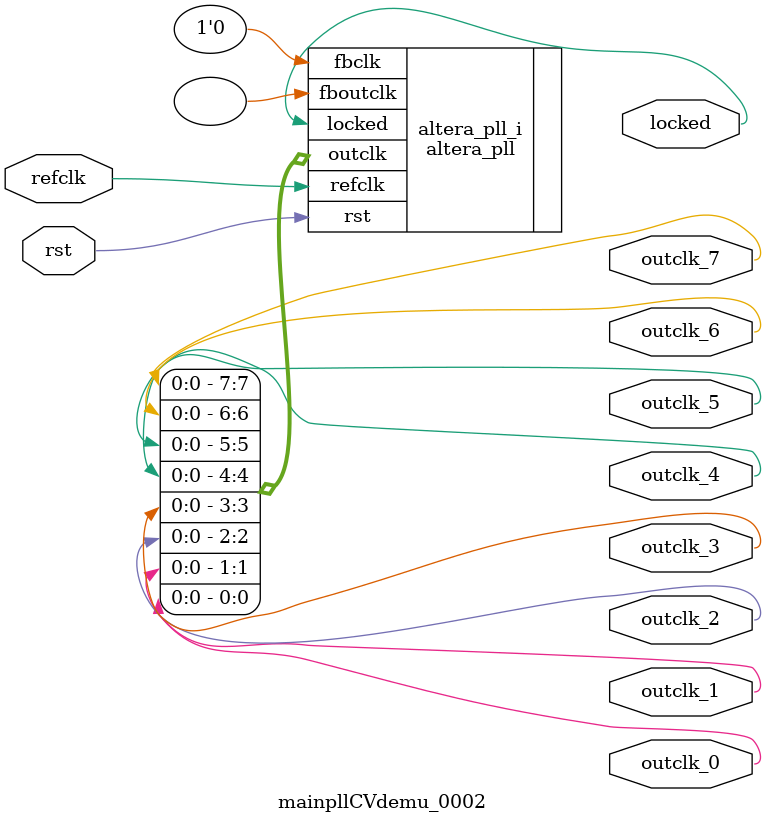
<source format=v>
`timescale 1ns/10ps
module  mainpllCVdemu_0002(

	// interface 'refclk'
	input wire refclk,

	// interface 'reset'
	input wire rst,

	// interface 'outclk0'
	output wire outclk_0,

	// interface 'outclk1'
	output wire outclk_1,

	// interface 'outclk2'
	output wire outclk_2,

	// interface 'outclk3'
	output wire outclk_3,

	// interface 'outclk4'
	output wire outclk_4,

	// interface 'outclk5'
	output wire outclk_5,

	// interface 'outclk6'
	output wire outclk_6,

	// interface 'outclk7'
	output wire outclk_7,

	// interface 'locked'
	output wire locked
);

	altera_pll #(
		.fractional_vco_multiplier("false"),
		.reference_clock_frequency("50.0 MHz"),
		.operation_mode("normal"),
		.number_of_clocks(8),
		.output_clock_frequency0("80.000000 MHz"),
		.phase_shift0("0 ps"),
		.duty_cycle0(50),
		.output_clock_frequency1("10.000000 MHz"),
		.phase_shift1("0 ps"),
		.duty_cycle1(50),
		.output_clock_frequency2("80.000000 MHz"),
		.phase_shift2("0 ps"),
		.duty_cycle2(50),
		.output_clock_frequency3("80.000000 MHz"),
		.phase_shift3("0 ps"),
		.duty_cycle3(50),
		.output_clock_frequency4("30.000000 MHz"),
		.phase_shift4("0 ps"),
		.duty_cycle4(50),
		.output_clock_frequency5("32.000000 MHz"),
		.phase_shift5("0 ps"),
		.duty_cycle5(50),
		.output_clock_frequency6("60.000000 MHz"),
		.phase_shift6("0 ps"),
		.duty_cycle6(50),
        .output_clock_frequency7("4.000000 MHz"),
		.phase_shift7("0 ps"),
		.duty_cycle7(50),
		.output_clock_frequency8("0 MHz"),
		.phase_shift8("0 ps"),
		.duty_cycle8(50),
		.output_clock_frequency9("0 MHz"),
		.phase_shift9("0 ps"),
		.duty_cycle9(50),
		.output_clock_frequency10("0 MHz"),
		.phase_shift10("0 ps"),
		.duty_cycle10(50),
		.output_clock_frequency11("0 MHz"),
		.phase_shift11("0 ps"),
		.duty_cycle11(50),
		.output_clock_frequency12("0 MHz"),
		.phase_shift12("0 ps"),
		.duty_cycle12(50),
		.output_clock_frequency13("0 MHz"),
		.phase_shift13("0 ps"),
		.duty_cycle13(50),
		.output_clock_frequency14("0 MHz"),
		.phase_shift14("0 ps"),
		.duty_cycle14(50),
		.output_clock_frequency15("0 MHz"),
		.phase_shift15("0 ps"),
		.duty_cycle15(50),
		.output_clock_frequency16("0 MHz"),
		.phase_shift16("0 ps"),
		.duty_cycle16(50),
		.output_clock_frequency17("0 MHz"),
		.phase_shift17("0 ps"),
		.duty_cycle17(50),
		.pll_type("General"),
		.pll_subtype("General")
	) altera_pll_i (
		.rst	(rst),
		.outclk	({outclk_7, outclk_6, outclk_5, outclk_4, outclk_3, outclk_2, outclk_1, outclk_0}),
		.locked	(locked),
		.fboutclk	( ),
		.fbclk	(1'b0),
		.refclk	(refclk)
	);
endmodule


</source>
